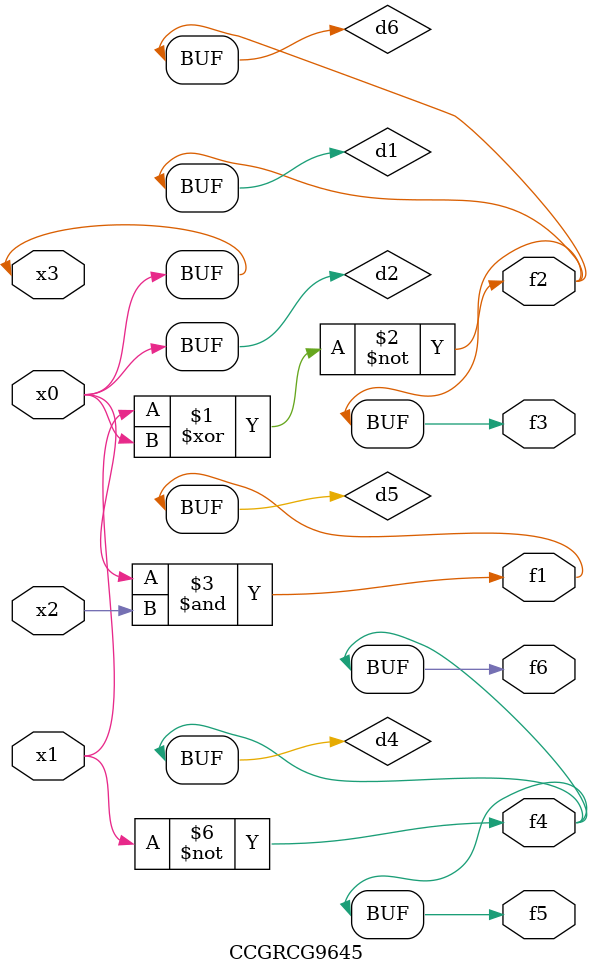
<source format=v>
module CCGRCG9645(
	input x0, x1, x2, x3,
	output f1, f2, f3, f4, f5, f6
);

	wire d1, d2, d3, d4, d5, d6;

	xnor (d1, x1, x3);
	buf (d2, x0, x3);
	nand (d3, x0, x2);
	not (d4, x1);
	nand (d5, d3);
	or (d6, d1);
	assign f1 = d5;
	assign f2 = d6;
	assign f3 = d6;
	assign f4 = d4;
	assign f5 = d4;
	assign f6 = d4;
endmodule

</source>
